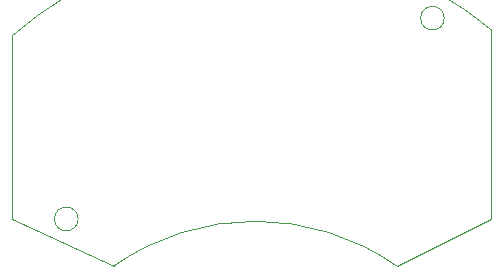
<source format=gbr>
G04 #@! TF.GenerationSoftware,KiCad,Pcbnew,(5.1.2-1)-1*
G04 #@! TF.CreationDate,2021-02-06T10:00:37+01:00*
G04 #@! TF.ProjectId,lir2450-charger,6c697232-3435-4302-9d63-686172676572,1.0.0*
G04 #@! TF.SameCoordinates,Original*
G04 #@! TF.FileFunction,Profile,NP*
%FSLAX46Y46*%
G04 Gerber Fmt 4.6, Leading zero omitted, Abs format (unit mm)*
G04 Created by KiCad (PCBNEW (5.1.2-1)-1) date 2021-02-06 10:00:37*
%MOMM*%
%LPD*%
G04 APERTURE LIST*
%ADD10C,0.050000*%
G04 APERTURE END LIST*
D10*
X58000000Y-54000000D02*
G75*
G03X58000000Y-54000000I-1000000J0D01*
G01*
X89000000Y-37000000D02*
G75*
G03X89000000Y-37000000I-1000000J0D01*
G01*
X52427659Y-54000000D02*
X61000001Y-58000001D01*
X52427659Y-38488754D02*
X52427659Y-54000000D01*
X84999999Y-58000001D02*
X93000000Y-54000000D01*
X61000000Y-58000001D02*
G75*
G02X84999999Y-58000001I12000000J-16999999D01*
G01*
X52427659Y-38488754D02*
G75*
G02X92999999Y-38000001I20572341J-23511246D01*
G01*
X93000000Y-38000000D02*
X93000000Y-54000000D01*
M02*

</source>
